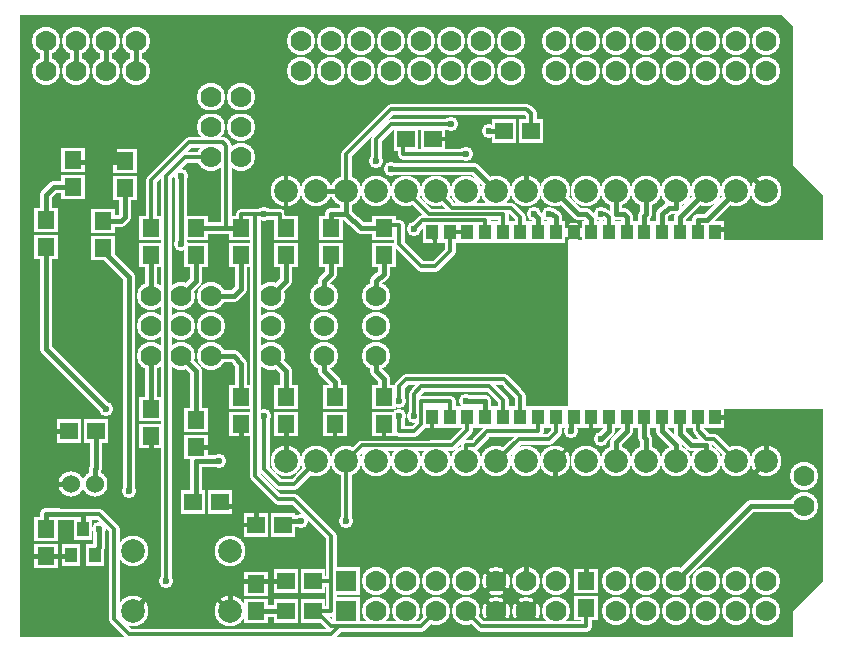
<source format=gbr>
G04 GERBER ASCII OUTPUT FROM: EDWINXP (VER. 1.61 REV. 20080915)*
G04 GERBER FORMAT: RX-274-X*
G04 BOARD: AMICUS_BLUETOOTH_SHIELD*
G04 ARTWORK OF COMP.LAYERPOSITIVE SUPERIMPOSED ON NEGATIVE*
%ASAXBY*%
%FSLAX23Y23*%
%MIA0B0*%
%MOIN*%
%OFA0.0000B0.0000*%
%SFA1B1*%
%IJA0B0*%
%INLAYER2NEGPOS*%
%IOA0B0*%
%IPPOS*%
%IR0*%
G04 APERTURE MACROS*
%AMEDWDONUT*
1,1,$1,$2,$3*
1,0,$4,$2,$3*
%
%AMEDWFRECT*
20,1,$1,$2,$3,$4,$5,$6*
%
%AMEDWORECT*
20,1,$1,$2,$3,$4,$5,$10*
20,1,$1,$4,$5,$6,$7,$10*
20,1,$1,$6,$7,$8,$9,$10*
20,1,$1,$8,$9,$2,$3,$10*
1,1,$1,$2,$3*
1,1,$1,$4,$5*
1,1,$1,$6,$7*
1,1,$1,$8,$9*
%
%AMEDWLINER*
20,1,$1,$2,$3,$4,$5,$6*
1,1,$1,$2,$3*
1,1,$1,$4,$5*
%
%AMEDWFTRNG*
4,1,3,$1,$2,$3,$4,$5,$6,$7,$8,$9*
%
%AMEDWATRNG*
4,1,3,$1,$2,$3,$4,$5,$6,$7,$8,$9*
20,1,$11,$1,$2,$3,$4,$10*
20,1,$11,$3,$4,$5,$6,$10*
20,1,$11,$5,$6,$7,$8,$10*
1,1,$11,$3,$4*
1,1,$11,$5,$6*
1,1,$11,$7,$8*
%
%AMEDWOTRNG*
20,1,$1,$2,$3,$4,$5,$8*
20,1,$1,$4,$5,$6,$7,$8*
20,1,$1,$6,$7,$2,$3,$8*
1,1,$1,$2,$3*
1,1,$1,$4,$5*
1,1,$1,$6,$7*
%
G04*
G04 APERTURE LIST*
%ADD10R,0.0500X0.0580*%
%ADD11R,0.0740X0.0820*%
%ADD12R,0.0400X0.0480*%
%ADD13R,0.0640X0.0720*%
%ADD14R,0.04724X0.05906*%
%ADD15R,0.07124X0.08306*%
%ADD16R,0.03937X0.05118*%
%ADD17R,0.06337X0.07518*%
%ADD18R,0.0860X0.0860*%
%ADD19R,0.1100X0.1100*%
%ADD20R,0.0700X0.0700*%
%ADD21R,0.0940X0.0940*%
%ADD22R,0.0700X0.0650*%
%ADD23R,0.0940X0.0890*%
%ADD24R,0.0600X0.0550*%
%ADD25R,0.0840X0.0790*%
%ADD26R,0.0650X0.0700*%
%ADD27R,0.0890X0.0940*%
%ADD28R,0.0550X0.0600*%
%ADD29R,0.0790X0.0840*%
%ADD30C,0.00039*%
%ADD32C,0.0010*%
%ADD34C,0.00118*%
%ADD36C,0.0020*%
%ADD37R,0.0020X0.0020*%
%ADD38C,0.0030*%
%ADD39R,0.0030X0.0030*%
%ADD40C,0.0040*%
%ADD41R,0.0040X0.0040*%
%ADD42C,0.00472*%
%ADD44C,0.0050*%
%ADD45R,0.0050X0.0050*%
%ADD46C,0.00512*%
%ADD47R,0.00512X0.00512*%
%ADD48C,0.00551*%
%ADD49R,0.00551X0.00551*%
%ADD50C,0.00591*%
%ADD51R,0.00591X0.00591*%
%ADD52C,0.00659*%
%ADD53R,0.00659X0.00659*%
%ADD54C,0.00787*%
%ADD55R,0.00787X0.00787*%
%ADD56C,0.00799*%
%ADD58C,0.0080*%
%ADD60C,0.00984*%
%ADD61R,0.00984X0.00984*%
%ADD62C,0.0100*%
%ADD63R,0.0100X0.0100*%
%ADD64C,0.01181*%
%ADD66C,0.0120*%
%ADD68C,0.0130*%
%ADD70C,0.0150*%
%ADD71R,0.0150X0.0150*%
%ADD72C,0.0160*%
%ADD74C,0.01969*%
%ADD75R,0.01969X0.01969*%
%ADD76C,0.0215*%
%ADD77R,0.0215X0.0215*%
%ADD78C,0.0215*%
%ADD79R,0.0215X0.0215*%
%ADD80C,0.02362*%
%ADD81R,0.02362X0.02362*%
%ADD82C,0.0240*%
%ADD83R,0.0240X0.0240*%
%ADD84C,0.0240*%
%ADD85R,0.0240X0.0240*%
%ADD86C,0.0250*%
%ADD87R,0.0250X0.0250*%
%ADD88C,0.0290*%
%ADD89R,0.0290X0.0290*%
%ADD90C,0.02912*%
%ADD91R,0.02912X0.02912*%
%ADD92C,0.02951*%
%ADD93R,0.02951X0.02951*%
%ADD94C,0.02991*%
%ADD95R,0.02991X0.02991*%
%ADD96C,0.0300*%
%ADD97R,0.0300X0.0300*%
%ADD98C,0.03059*%
%ADD99R,0.03059X0.03059*%
%ADD100C,0.03199*%
%ADD101R,0.03199X0.03199*%
%ADD102C,0.0320*%
%ADD103R,0.0320X0.0320*%
%ADD104C,0.0350*%
%ADD105R,0.0350X0.0350*%
%ADD106C,0.03581*%
%ADD108C,0.0360*%
%ADD110C,0.0370*%
%ADD112C,0.0390*%
%ADD113R,0.0390X0.0390*%
%ADD114C,0.03937*%
%ADD115R,0.03937X0.03937*%
%ADD116C,0.0400*%
%ADD117R,0.0400X0.0400*%
%ADD118C,0.04173*%
%ADD119R,0.04173X0.04173*%
%ADD120C,0.04299*%
%ADD121R,0.04299X0.04299*%
%ADD122C,0.0430*%
%ADD123R,0.0430X0.0430*%
%ADD124C,0.0450*%
%ADD125R,0.0450X0.0450*%
%ADD126C,0.0470*%
%ADD127R,0.0470X0.0470*%
%ADD128C,0.04724*%
%ADD129R,0.04724X0.04724*%
%ADD130C,0.04762*%
%ADD131R,0.04762X0.04762*%
%ADD132C,0.0490*%
%ADD133R,0.0490X0.0490*%
%ADD134C,0.0500*%
%ADD135R,0.0500X0.0500*%
%ADD136C,0.05118*%
%ADD137R,0.05118X0.05118*%
%ADD138C,0.0560*%
%ADD139R,0.0560X0.0560*%
%ADD140C,0.0570*%
%ADD141R,0.0570X0.0570*%
%ADD142C,0.0590*%
%ADD143R,0.0590X0.0590*%
%ADD144C,0.05906*%
%ADD145R,0.05906X0.05906*%
%ADD146C,0.0600*%
%ADD147R,0.0600X0.0600*%
%ADD148C,0.0620*%
%ADD149R,0.0620X0.0620*%
%ADD150C,0.06201*%
%ADD151R,0.06201X0.06201*%
%ADD152C,0.06337*%
%ADD153R,0.06337X0.06337*%
%ADD154C,0.0650*%
%ADD155R,0.0650X0.0650*%
%ADD156C,0.06693*%
%ADD157R,0.06693X0.06693*%
%ADD158C,0.06699*%
%ADD159R,0.06699X0.06699*%
%ADD160C,0.0670*%
%ADD161R,0.0670X0.0670*%
%ADD162C,0.0690*%
%ADD163R,0.0690X0.0690*%
%ADD164C,0.06906*%
%ADD165R,0.06906X0.06906*%
%ADD166C,0.0700*%
%ADD167R,0.0700X0.0700*%
%ADD168C,0.0710*%
%ADD169R,0.0710X0.0710*%
%ADD170C,0.07124*%
%ADD171R,0.07124X0.07124*%
%ADD172C,0.0740*%
%ADD173R,0.0740X0.0740*%
%ADD174C,0.0750*%
%ADD175R,0.0750X0.0750*%
%ADD176C,0.07598*%
%ADD178C,0.0760*%
%ADD180C,0.07874*%
%ADD182C,0.0800*%
%ADD183R,0.0800X0.0800*%
%ADD184C,0.0810*%
%ADD185R,0.0810X0.0810*%
%ADD186C,0.08306*%
%ADD187R,0.08306X0.08306*%
%ADD188C,0.0840*%
%ADD189R,0.0840X0.0840*%
%ADD190C,0.08598*%
%ADD192C,0.0860*%
%ADD193R,0.0860X0.0860*%
%ADD194C,0.08601*%
%ADD195R,0.08601X0.08601*%
%ADD196C,0.0870*%
%ADD197R,0.0870X0.0870*%
%ADD198C,0.0890*%
%ADD199R,0.0890X0.0890*%
%ADD200C,0.0900*%
%ADD201R,0.0900X0.0900*%
%ADD202C,0.09093*%
%ADD203R,0.09093X0.09093*%
%ADD204C,0.0940*%
%ADD205R,0.0940X0.0940*%
%ADD206C,0.0970*%
%ADD207R,0.0970X0.0970*%
%ADD208C,0.09843*%
%ADD209R,0.09843X0.09843*%
%ADD210C,0.0990*%
%ADD211R,0.0990X0.0990*%
%ADD212C,0.09998*%
%ADD214C,0.1000*%
%ADD215R,0.1000X0.1000*%
%ADD216C,0.10274*%
%ADD218C,0.1040*%
%ADD219R,0.1040X0.1040*%
%ADD220C,0.10998*%
%ADD222C,0.1100*%
%ADD223R,0.1100X0.1100*%
%ADD224C,0.1110*%
%ADD225R,0.1110X0.1110*%
%ADD226C,0.1120*%
%ADD227R,0.1120X0.1120*%
%ADD228C,0.1140*%
%ADD229R,0.1140X0.1140*%
%ADD230C,0.1150*%
%ADD231R,0.1150X0.1150*%
%ADD232C,0.1200*%
%ADD233R,0.1200X0.1200*%
%ADD234C,0.1210*%
%ADD235R,0.1210X0.1210*%
%ADD236C,0.1240*%
%ADD237R,0.1240X0.1240*%
%ADD238C,0.1250*%
%ADD239R,0.1250X0.1250*%
%ADD240C,0.12992*%
%ADD241R,0.12992X0.12992*%
%ADD242C,0.1300*%
%ADD243R,0.1300X0.1300*%
%ADD244C,0.1340*%
%ADD245R,0.1340X0.1340*%
%ADD246C,0.1390*%
%ADD247R,0.1390X0.1390*%
%ADD248C,0.1420*%
%ADD249R,0.1420X0.1420*%
%ADD250C,0.1440*%
%ADD251R,0.1440X0.1440*%
%ADD252C,0.1490*%
%ADD253R,0.1490X0.1490*%
%ADD254C,0.1520*%
%ADD255R,0.1520X0.1520*%
%ADD256C,0.15374*%
%ADD257R,0.15374X0.15374*%
%ADD258C,0.1540*%
%ADD259R,0.1540X0.1540*%
%ADD260C,0.1660*%
%ADD261R,0.1660X0.1660*%
%ADD262C,0.17323*%
%ADD264C,0.1760*%
%ADD265R,0.1760X0.1760*%
%ADD266C,0.17774*%
%ADD267R,0.17774X0.17774*%
%ADD268C,0.18504*%
%ADD270C,0.18898*%
%ADD272C,0.20904*%
%ADD274C,0.2126*%
%ADD276C,0.21298*%
%ADD278C,0.22835*%
%ADD281R,0.23622X0.23622*%
%ADD283R,0.24937X0.24937*%
%ADD285R,0.26022X0.26022*%
%ADD287R,0.27337X0.27337*%
%ADD289R,0.31496X0.31496*%
%ADD291R,0.32811X0.32811*%
%ADD293R,0.33896X0.33896*%
%ADD295R,0.35211X0.35211*%
%ADD296C,0.45211*%
%ADD297R,0.45211X0.45211*%
%ADD298C,0.55211*%
%ADD299R,0.55211X0.55211*%
%ADD300C,0.65211*%
%ADD301R,0.65211X0.65211*%
%ADD302C,0.75211*%
%ADD303R,0.75211X0.75211*%
%ADD304C,0.85211*%
%ADD305R,0.85211X0.85211*%
%ADD306C,0.95211*%
%ADD307R,0.95211X0.95211*%
%ADD308C,1.05211*%
%ADD309R,1.05211X1.05211*%
%ADD310C,1.15211*%
%ADD311R,1.15211X1.15211*%
%ADD312C,1.25211*%
%ADD313R,1.25211X1.25211*%
%ADD314C,1.35211*%
%ADD315R,1.35211X1.35211*%
%ADD316C,1.45211*%
%ADD317R,1.45211X1.45211*%
%ADD318C,1.55211*%
%ADD319R,1.55211X1.55211*%
%ADD320C,1.65211*%
%ADD321R,1.65211X1.65211*%
%ADD322C,1.75211*%
%ADD323R,1.75211X1.75211*%
%ADD324C,1.85211*%
%ADD325R,1.85211X1.85211*%
%ADD326C,1.95211*%
%ADD327R,1.95211X1.95211*%
G04*
%LNLLAYER2CPOURD*%
%LPD*%
G36*
X1600Y100D02*
X1575Y13D01*
X13Y13D01*
X13Y2088D01*
X2550Y2088D01*
X2588Y2050D01*
X2588Y1588D01*
X2688Y1488D01*
X2688Y1338D01*
X1838Y1338D01*
X1838Y775D01*
X2688Y775D01*
X2688Y200D01*
X2588Y100D01*
X2588Y13D01*
X1625Y13D01*
X1600Y100D01*
G37*
G36*
X1600Y100D02*
X1550Y13D01*
X1675Y13D01*
X1600Y100D01*
G37*
%LNLLAYER2CRELIEVEC*%
%LPC*%
D188*
X263Y525D02*D03*
D13* 
X263Y288D02*D03*
X223Y376D02*D03*
D216*
X2400Y600D02*D03*
X2300Y600D02*D03*
X2200Y600D02*D03*
X2100Y600D02*D03*
X1999Y600D02*D03*
X1901Y600D02*D03*
X1700Y600D02*D03*
X1600Y600D02*D03*
X1500Y600D02*D03*
X1400Y600D02*D03*
X1300Y600D02*D03*
X1200Y600D02*D03*
X1100Y600D02*D03*
X1000Y600D02*D03*
X2400Y1500D02*D03*
X2300Y1500D02*D03*
X2200Y1500D02*D03*
X2100Y1500D02*D03*
X1999Y1500D02*D03*
X1901Y1500D02*D03*
X1797Y1500D02*D03*
X1600Y1500D02*D03*
X1500Y1500D02*D03*
X1400Y1500D02*D03*
X1300Y1500D02*D03*
X1200Y1500D02*D03*
X1100Y1500D02*D03*
X1000Y1500D02*D03*
D17* 
X2272Y1363D02*D03*
X2213Y1363D02*D03*
X2153Y1363D02*D03*
X2094Y1363D02*D03*
X2035Y1363D02*D03*
X1976Y1363D02*D03*
X1917Y1363D02*D03*
X1799Y1363D02*D03*
X1740Y1363D02*D03*
X1681Y1363D02*D03*
X1622Y1363D02*D03*
X1563Y1363D02*D03*
X1504Y1363D02*D03*
X1445Y1363D02*D03*
X1445Y748D02*D03*
X1504Y748D02*D03*
X1563Y748D02*D03*
X1622Y748D02*D03*
X1681Y748D02*D03*
X1740Y748D02*D03*
X1799Y748D02*D03*
X1858Y748D02*D03*
X1976Y748D02*D03*
X2035Y748D02*D03*
X2094Y748D02*D03*
X2153Y748D02*D03*
X2213Y748D02*D03*
X2272Y748D02*D03*
D204*
X1800Y2000D02*D03*
X1900Y2000D02*D03*
X2000Y2000D02*D03*
X2100Y2000D02*D03*
X2200Y2000D02*D03*
X2300Y2000D02*D03*
X2400Y2000D02*D03*
X2500Y2000D02*D03*
X1300Y100D02*D03*
X1400Y100D02*D03*
X1500Y100D02*D03*
X1800Y100D02*D03*
X950Y2000D02*D03*
X1050Y2000D02*D03*
X1150Y2000D02*D03*
X1250Y2000D02*D03*
X1350Y2000D02*D03*
X1450Y2000D02*D03*
X1550Y2000D02*D03*
X1650Y2000D02*D03*
X2000Y100D02*D03*
X2100Y100D02*D03*
X2200Y100D02*D03*
X2300Y100D02*D03*
X2400Y100D02*D03*
X2500Y100D02*D03*
D21* 
X1100Y200D02*D03*
D204*
X1200Y200D02*D03*
X1300Y200D02*D03*
X1400Y200D02*D03*
X1500Y200D02*D03*
X1800Y200D02*D03*
X100Y1900D02*D03*
X200Y1900D02*D03*
X300Y1900D02*D03*
X400Y1900D02*D03*
X2000Y200D02*D03*
X2100Y200D02*D03*
X2200Y200D02*D03*
X2300Y200D02*D03*
X2400Y200D02*D03*
X2500Y200D02*D03*
X950Y1900D02*D03*
X1050Y1900D02*D03*
X1150Y1900D02*D03*
X1250Y1900D02*D03*
X1350Y1900D02*D03*
X1450Y1900D02*D03*
X1550Y1900D02*D03*
X1650Y1900D02*D03*
X1800Y1900D02*D03*
X1900Y1900D02*D03*
X2000Y1900D02*D03*
X2100Y1900D02*D03*
X2200Y1900D02*D03*
X2300Y1900D02*D03*
X2400Y1900D02*D03*
X2500Y1900D02*D03*
D25* 
X1298Y1675D02*D03*
D29* 
X450Y775D02*D03*
X450Y1378D02*D03*
X450Y1288D02*D03*
X600Y1378D02*D03*
X600Y1288D02*D03*
X600Y738D02*D03*
D25* 
X588Y463D02*D03*
X888Y388D02*D03*
X900Y100D02*D03*
X990Y100D02*D03*
D29* 
X363Y1510D02*D03*
X188Y1513D02*D03*
X288Y1400D02*D03*
X288Y1310D02*D03*
X100Y1403D02*D03*
X100Y1313D02*D03*
X100Y375D02*D03*
D25* 
X265Y700D02*D03*
D216*
X712Y300D02*D03*
X388Y300D02*D03*
D29* 
X800Y100D02*D03*
X1225Y813D02*D03*
X1050Y1378D02*D03*
X1050Y1288D02*D03*
X1063Y813D02*D03*
X900Y1378D02*D03*
X900Y1288D02*D03*
X900Y813D02*D03*
D204*
X1200Y1150D02*D03*
X1200Y1050D02*D03*
X1200Y950D02*D03*
X1025Y1150D02*D03*
X1025Y1050D02*D03*
X1025Y950D02*D03*
X850Y1150D02*D03*
X850Y1050D02*D03*
X850Y950D02*D03*
X650Y1150D02*D03*
X650Y1050D02*D03*
X650Y950D02*D03*
X550Y1150D02*D03*
X550Y1050D02*D03*
X550Y950D02*D03*
X450Y1150D02*D03*
X450Y1050D02*D03*
X450Y950D02*D03*
D29* 
X750Y1378D02*D03*
X750Y1288D02*D03*
X750Y813D02*D03*
D25* 
X1625Y1700D02*D03*
X1715Y1700D02*D03*
D204*
X100Y2000D02*D03*
X200Y2000D02*D03*
X300Y2000D02*D03*
X400Y2000D02*D03*
D29* 
X1900Y110D02*D03*
D25* 
X988Y200D02*D03*
D204*
X2625Y450D02*D03*
X2625Y550D02*D03*
X750Y1613D02*D03*
X750Y1713D02*D03*
X750Y1813D02*D03*
X650Y1613D02*D03*
X650Y1713D02*D03*
X650Y1813D02*D03*
D29* 
X1225Y1378D02*D03*
X1225Y1288D02*D03*
D21* 
X1100Y100D02*D03*
D204*
X1200Y100D02*D03*
D214*
X100Y100D02*D03*
X600Y2000D02*D03*
X2600Y300D02*D03*
D216*
X1797Y600D02*D03*
X2500Y600D02*D03*
X900Y1500D02*D03*
X900Y600D02*D03*
X1700Y1500D02*D03*
X2500Y1500D02*D03*
D188*
X184Y525D02*D03*
D13* 
X183Y288D02*D03*
D216*
X712Y100D02*D03*
X388Y100D02*D03*
D29* 
X1900Y200D02*D03*
D25* 
X898Y200D02*D03*
D17* 
X2331Y1363D02*D03*
D66* 
G75*
G01X1849Y1338D02*
G03X1867Y1338I9J24D01*
G01*
G75*
G01X1882Y1353D02*
G03X1882Y1372I-24J9D01*
G01*
G75*
G01X1867Y1387D02*
G03X1849Y1387I-9J-24D01*
G01*
G75*
G01X1834Y1372D02*
G03X1834Y1353I24J-9D01*
G01*
D17* 
X1386Y1363D02*D03*
X1386Y748D02*D03*
X1917Y748D02*D03*
X2331Y748D02*D03*
D25* 
X175Y700D02*D03*
D29* 
X100Y285D02*D03*
D66* 
G75*
G01X1617Y237D02*
G03X1583Y237I-17J-37D01*
G01*
G75*
G01X1563Y217D02*
G03X1563Y183I37J-17D01*
G01*
G75*
G01X1583Y163D02*
G03X1617Y163I17J37D01*
G01*
G75*
G01X1637Y183D02*
G03X1637Y217I-37J17D01*
G01*
D204*
X1700Y200D02*D03*
D66* 
G75*
G01X1617Y137D02*
G03X1583Y137I-17J-37D01*
G01*
G75*
G01X1563Y117D02*
G03X1563Y83I37J-17D01*
G01*
G75*
G01X1583Y63D02*
G03X1617Y63I17J37D01*
G01*
G75*
G01X1637Y83D02*
G03X1637Y117I-37J17D01*
G01*
G75*
G01X1717Y137D02*
G03X1683Y137I-17J-37D01*
G01*
G75*
G01X1663Y117D02*
G03X1663Y83I37J-17D01*
G01*
G75*
G01X1683Y63D02*
G03X1717Y63I17J37D01*
G01*
G75*
G01X1737Y83D02*
G03X1737Y117I-37J17D01*
G01*
D29* 
X800Y190D02*D03*
X363Y1600D02*D03*
X188Y1603D02*D03*
X600Y648D02*D03*
X750Y723D02*D03*
X450Y685D02*D03*
X900Y723D02*D03*
X1225Y723D02*D03*
D25* 
X1388Y1675D02*D03*
X678Y463D02*D03*
X798Y388D02*D03*
D29* 
X1063Y723D02*D03*
D130*
X1250Y1575D02*D03*
X550Y1550D02*D03*
X550Y1325D02*D03*
X1775Y1425D02*D03*
X1950Y1425D02*D03*
X1200Y1600D02*D03*
X1450Y1725D02*D03*
X500Y200D02*D03*
X825Y1425D02*D03*
X275Y375D02*D03*
X1325Y1375D02*D03*
X375Y500D02*D03*
X1950Y675D02*D03*
X300Y775D02*D03*
X1850Y700D02*D03*
X1275Y800D02*D03*
X1325Y750D02*D03*
X1500Y800D02*D03*
X1100Y400D02*D03*
X950Y400D02*D03*
X825Y750D02*D03*
X1275Y750D02*D03*
X675Y600D02*D03*
X1500Y1625D02*D03*
X1725Y1425D02*D03*
X1575Y1700D02*D03*
D64* 
X1225Y675D02*
X1375Y675D01*
X1386Y686D01*
X1386Y748D01*
X950Y675D02*
X900Y675D01*
D72* 
X900Y600D02*
X900Y675D01*
X750Y600D02*
X750Y648D01*
X600Y648D01*
X712Y100D02*
X712Y175D01*
X737Y200D01*
X800Y200D01*
X898Y200D01*
X125Y475D02*
X125Y525D01*
X125Y700D01*
X175Y700D01*
D64* 
X1775Y1655D02*
X1475Y1655D01*
X1455Y1675D01*
X1388Y1675D01*
X950Y1300D02*
X950Y675D01*
D72* 
X125Y475D02*
X150Y450D01*
X450Y450D01*
X2500Y600D02*
X2425Y525D01*
X1800Y525D01*
X125Y475D02*
X100Y475D01*
X50Y425D01*
X49Y284D01*
X100Y285D01*
D64* 
X100Y285D02*
X100Y285D01*
D72* 
X750Y450D02*
X678Y450D01*
D64* 
X678Y450D02*
X678Y463D01*
X712Y100D02*
X650Y162D01*
X650Y325D01*
X713Y388D01*
X798Y388D01*
X328Y1598D02*
X357Y1599D01*
X366Y1603D01*
X363Y1600D01*
X800Y200D02*
X800Y190D01*
X1775Y1600D02*
X1775Y1655D01*
X875Y1763D02*
X913Y1800D01*
X1725Y1800D01*
X1775Y1750D01*
X1775Y1655D01*
D72* 
X100Y285D02*
X183Y285D01*
D64* 
X183Y285D02*
X183Y288D01*
X100Y285D02*
X100Y285D01*
D72* 
X798Y388D02*
X798Y450D01*
X750Y450D01*
X750Y600D01*
X388Y100D02*
X450Y163D01*
X450Y450D01*
X450Y685D01*
X1797Y600D02*
X1797Y528D01*
D64* 
X1797Y528D02*
X1800Y525D01*
D72* 
X1800Y300D02*
X1800Y525D01*
X900Y675D02*
X900Y723D01*
D64* 
X950Y675D02*
X1063Y675D01*
X1063Y723D01*
X1063Y675D02*
X1225Y675D01*
X1225Y723D01*
D72* 
X1775Y1600D02*
X1725Y1600D01*
X1700Y1575D01*
X1700Y1500D01*
D64* 
X900Y1500D02*
X900Y1425D01*
X950Y1425D01*
X950Y1300D01*
D72* 
X1775Y1600D02*
X2400Y1600D01*
X2500Y1500D01*
D64* 
X900Y1500D02*
X900Y1738D01*
X875Y1763D01*
D72* 
X750Y648D02*
X750Y723D01*
X1700Y200D02*
X1700Y275D01*
X1725Y300D01*
X1800Y300D01*
X1850Y300D01*
X1900Y250D01*
X1900Y200D01*
D64* 
X875Y1763D02*
X328Y1762D01*
X328Y1598D01*
D72* 
X328Y1598D02*
X203Y1598D01*
D64* 
X203Y1598D02*
X192Y1601D01*
X188Y1603D01*
D72* 
X125Y525D02*
X184Y525D01*
D106*
X1050Y200D02*
X1050Y100D01*
X1000Y100D01*
X1075Y50D02*
X1050Y50D01*
X1000Y100D01*
D116*
X275Y375D02*
X275Y313D01*
D106*
X275Y313D02*
X263Y300D01*
X263Y288D01*
X1325Y1375D02*
X1354Y1404D01*
X1563Y1404D01*
X1563Y1363D01*
D116*
X263Y525D02*
X263Y575D01*
D106*
X263Y575D02*
X265Y578D01*
D116*
X265Y578D02*
X265Y700D01*
D64* 
X1797Y600D02*
X1851Y654D01*
X1875Y654D01*
X1917Y696D01*
X1917Y748D01*
D72* 
X2500Y600D02*
X2500Y675D01*
X2448Y675D01*
X2375Y748D01*
X2331Y748D01*
X2375Y1375D02*
X2331Y1375D01*
D64* 
X2331Y1375D02*
X2331Y1363D01*
X1400Y1300D02*
X1397Y1303D01*
X1397Y1339D01*
X1386Y1350D01*
X1386Y1363D01*
D106*
X1100Y1500D02*
X1100Y1625D01*
X1250Y1775D01*
X1700Y1775D01*
X1715Y1760D01*
X1715Y1700D01*
X825Y1425D02*
X879Y1425D01*
X879Y1378D01*
X900Y1378D01*
D116*
X1100Y1500D02*
X1100Y1425D01*
X750Y1378D02*
X701Y1378D01*
D106*
X701Y1378D02*
X701Y1377D01*
X701Y1650D01*
X688Y1663D01*
X575Y1663D01*
X450Y1538D01*
X450Y1378D01*
X1400Y100D02*
X1350Y50D01*
X1075Y50D01*
D116*
X223Y425D02*
X223Y376D01*
D106*
X825Y1425D02*
X797Y1425D01*
X1445Y1363D02*
X1445Y1300D01*
X1395Y1250D01*
X1350Y1250D01*
X1275Y1325D01*
X1275Y1388D01*
X1225Y1388D01*
X1225Y1378D01*
D116*
X701Y1377D02*
X600Y1377D01*
D106*
X600Y1377D02*
X600Y1378D01*
X750Y1378D02*
X750Y1425D01*
X797Y1425D01*
X797Y550D01*
X872Y475D01*
X925Y475D01*
X1050Y350D01*
X1050Y200D01*
X988Y200D01*
X1000Y100D02*
X990Y100D01*
X1075Y50D02*
X1050Y25D01*
X375Y25D01*
X325Y75D01*
X325Y375D01*
X275Y425D01*
X223Y425D01*
D116*
X223Y425D02*
X100Y425D01*
X100Y375D01*
X1225Y1378D02*
X1148Y1378D01*
X1100Y1425D01*
X1050Y1425D01*
X1050Y1378D01*
D106*
X1500Y100D02*
X1550Y50D01*
X1900Y50D01*
X1900Y110D01*
D116*
X1000Y1500D02*
X1100Y1500D01*
D106*
X1445Y1363D02*
X1504Y1363D01*
X500Y200D02*
X500Y1550D01*
X563Y1613D01*
X650Y1613D01*
D116*
X2200Y200D02*
X2450Y450D01*
X2625Y450D01*
D106*
X1200Y1600D02*
X1200Y1675D01*
X1250Y1725D01*
X1450Y1725D01*
D116*
X288Y1400D02*
X350Y1400D01*
X363Y1413D01*
X363Y1510D01*
X2300Y1500D02*
X2213Y1413D01*
X2213Y1363D01*
X2400Y1500D02*
X2304Y1404D01*
X2272Y1404D01*
X2272Y1363D01*
X400Y2000D02*
X400Y1900D01*
X300Y2000D02*
X300Y1900D01*
X900Y100D02*
X800Y100D01*
X200Y2000D02*
X200Y1900D01*
X100Y2000D02*
X100Y1900D01*
D106*
X1500Y1625D02*
X1288Y1625D01*
X1288Y1675D01*
X1298Y1675D01*
D116*
X1725Y1425D02*
X1740Y1410D01*
X1740Y1363D01*
X1575Y1700D02*
X1625Y1700D01*
X1600Y1500D02*
X1525Y1575D01*
X1250Y1575D01*
X550Y1550D02*
X550Y1325D01*
X1775Y1425D02*
X1787Y1425D01*
X1799Y1413D01*
X1799Y1363D01*
X1797Y1500D02*
X1872Y1425D01*
X1900Y1425D01*
X1917Y1408D01*
X1917Y1363D01*
D106*
X1950Y1425D02*
X1964Y1425D01*
X1976Y1413D01*
X1976Y1363D01*
D116*
X1999Y1500D02*
X1999Y1425D01*
X2025Y1425D01*
X2035Y1415D01*
X2035Y1363D01*
X2100Y1500D02*
X2100Y1425D01*
D106*
X2100Y1425D02*
X2094Y1419D01*
D116*
X2094Y1419D02*
X2094Y1363D01*
X2200Y1500D02*
X2200Y1446D01*
X2175Y1446D01*
X2153Y1424D01*
X2153Y1363D01*
D106*
X1100Y600D02*
X1100Y400D01*
D116*
X950Y400D02*
X913Y400D01*
D106*
X913Y400D02*
X900Y388D01*
X888Y388D01*
X1000Y600D02*
X925Y525D01*
X875Y525D01*
X825Y575D01*
X825Y750D01*
X1275Y750D02*
X1275Y700D01*
X1325Y700D01*
X1351Y726D01*
X1351Y800D01*
X1445Y800D01*
X1445Y748D01*
D116*
X675Y600D02*
X600Y600D01*
X600Y529D01*
X600Y479D01*
D106*
X600Y479D02*
X590Y465D01*
X588Y463D01*
D116*
X550Y1150D02*
X600Y1200D01*
X600Y1288D01*
X450Y1150D02*
X450Y1288D01*
X450Y950D02*
X450Y775D01*
D106*
X1300Y1500D02*
X1375Y1425D01*
X1622Y1425D01*
X1622Y1363D01*
X1400Y1500D02*
X1454Y1446D01*
X1650Y1446D01*
X1681Y1415D01*
X1681Y1363D01*
D116*
X300Y775D02*
X100Y975D01*
X100Y1313D01*
X1850Y700D02*
X1850Y748D01*
D106*
X1850Y748D02*
X1858Y748D01*
X1600Y600D02*
X1675Y675D01*
X1775Y675D01*
X1799Y699D01*
X1799Y748D01*
X1500Y600D02*
X1500Y654D01*
X1525Y654D01*
X1571Y700D01*
X1740Y700D01*
X1740Y748D01*
X1275Y800D02*
X1275Y850D01*
X1300Y875D01*
X1625Y875D01*
X1681Y819D01*
X1681Y748D01*
X1325Y750D02*
X1325Y825D01*
X1350Y850D01*
X1575Y850D01*
X1622Y803D01*
X1622Y748D01*
D116*
X1500Y800D02*
X1563Y800D01*
X1563Y748D01*
D106*
X1100Y600D02*
X1154Y654D01*
X1454Y654D01*
X1504Y704D01*
X1504Y748D01*
D116*
X850Y950D02*
X900Y900D01*
X900Y813D01*
X188Y1513D02*
X125Y1513D01*
X100Y1488D01*
X100Y1403D01*
X650Y1150D02*
X725Y1150D01*
X750Y1175D01*
X750Y1288D01*
X650Y950D02*
X725Y950D01*
X750Y925D01*
X750Y813D01*
X550Y950D02*
X600Y900D01*
X600Y738D01*
D106*
X2400Y600D02*
X2325Y675D01*
X2300Y675D01*
X2272Y703D01*
X2272Y748D01*
D116*
X2300Y600D02*
X2300Y654D01*
X2250Y654D01*
X2213Y692D01*
X2213Y748D01*
X2200Y600D02*
X2200Y654D01*
X2153Y701D01*
X2153Y748D01*
X2100Y600D02*
X2100Y675D01*
X2094Y681D01*
X2094Y748D01*
X375Y500D02*
X375Y1213D01*
X288Y1300D01*
D106*
X288Y1300D02*
X288Y1310D01*
D116*
X1999Y600D02*
X1999Y664D01*
X2035Y700D01*
X2035Y748D01*
X1950Y675D02*
X1976Y701D01*
X1976Y748D01*
X850Y1150D02*
X900Y1200D01*
X900Y1288D01*
X1025Y1150D02*
X1025Y1200D01*
X1050Y1225D01*
X1050Y1288D01*
X1200Y1150D02*
X1200Y1200D01*
X1225Y1225D01*
X1225Y1288D01*
X1200Y950D02*
X1200Y900D01*
X1225Y875D01*
X1225Y813D01*
X1025Y950D02*
X1025Y900D01*
X1063Y863D01*
X1063Y813D01*
%LNLLAYER2CFILLD*%
%LPD*%
D146*
X263Y525D02*D03*
D12* 
X263Y288D02*D03*
X223Y376D02*D03*
D180*
X2400Y600D02*D03*
X2300Y600D02*D03*
X2200Y600D02*D03*
X2100Y600D02*D03*
X1999Y600D02*D03*
X1901Y600D02*D03*
X1700Y600D02*D03*
X1600Y600D02*D03*
X1500Y600D02*D03*
X1400Y600D02*D03*
X1300Y600D02*D03*
X1200Y600D02*D03*
X1100Y600D02*D03*
X1000Y600D02*D03*
X2400Y1500D02*D03*
X2300Y1500D02*D03*
X2200Y1500D02*D03*
X2100Y1500D02*D03*
X1999Y1500D02*D03*
X1901Y1500D02*D03*
X1797Y1500D02*D03*
X1600Y1500D02*D03*
X1500Y1500D02*D03*
X1400Y1500D02*D03*
X1300Y1500D02*D03*
X1200Y1500D02*D03*
X1100Y1500D02*D03*
X1000Y1500D02*D03*
D16* 
X2272Y1363D02*D03*
X2213Y1363D02*D03*
X2153Y1363D02*D03*
X2094Y1363D02*D03*
X2035Y1363D02*D03*
X1976Y1363D02*D03*
X1917Y1363D02*D03*
X1799Y1363D02*D03*
X1740Y1363D02*D03*
X1681Y1363D02*D03*
X1622Y1363D02*D03*
X1563Y1363D02*D03*
X1504Y1363D02*D03*
X1445Y1363D02*D03*
X1445Y748D02*D03*
X1504Y748D02*D03*
X1563Y748D02*D03*
X1622Y748D02*D03*
X1681Y748D02*D03*
X1740Y748D02*D03*
X1799Y748D02*D03*
X1858Y748D02*D03*
X1976Y748D02*D03*
X2035Y748D02*D03*
X2094Y748D02*D03*
X2153Y748D02*D03*
X2213Y748D02*D03*
X2272Y748D02*D03*
D166*
X1800Y2000D02*D03*
X1900Y2000D02*D03*
X2000Y2000D02*D03*
X2100Y2000D02*D03*
X2200Y2000D02*D03*
X2300Y2000D02*D03*
X2400Y2000D02*D03*
X2500Y2000D02*D03*
X1300Y100D02*D03*
X1400Y100D02*D03*
X1500Y100D02*D03*
X1800Y100D02*D03*
X950Y2000D02*D03*
X1050Y2000D02*D03*
X1150Y2000D02*D03*
X1250Y2000D02*D03*
X1350Y2000D02*D03*
X1450Y2000D02*D03*
X1550Y2000D02*D03*
X1650Y2000D02*D03*
X2000Y100D02*D03*
X2100Y100D02*D03*
X2200Y100D02*D03*
X2300Y100D02*D03*
X2400Y100D02*D03*
X2500Y100D02*D03*
D20* 
X1100Y200D02*D03*
D166*
X1200Y200D02*D03*
X1300Y200D02*D03*
X1400Y200D02*D03*
X1500Y200D02*D03*
X1800Y200D02*D03*
X100Y1900D02*D03*
X200Y1900D02*D03*
X300Y1900D02*D03*
X400Y1900D02*D03*
X2000Y200D02*D03*
X2100Y200D02*D03*
X2200Y200D02*D03*
X2300Y200D02*D03*
X2400Y200D02*D03*
X2500Y200D02*D03*
X950Y1900D02*D03*
X1050Y1900D02*D03*
X1150Y1900D02*D03*
X1250Y1900D02*D03*
X1350Y1900D02*D03*
X1450Y1900D02*D03*
X1550Y1900D02*D03*
X1650Y1900D02*D03*
X1800Y1900D02*D03*
X1900Y1900D02*D03*
X2000Y1900D02*D03*
X2100Y1900D02*D03*
X2200Y1900D02*D03*
X2300Y1900D02*D03*
X2400Y1900D02*D03*
X2500Y1900D02*D03*
D24* 
X1298Y1675D02*D03*
D28* 
X450Y775D02*D03*
X450Y1378D02*D03*
X450Y1288D02*D03*
X600Y1378D02*D03*
X600Y1288D02*D03*
X600Y738D02*D03*
D24* 
X588Y463D02*D03*
X888Y388D02*D03*
X900Y100D02*D03*
X990Y100D02*D03*
D28* 
X363Y1510D02*D03*
X188Y1513D02*D03*
X288Y1400D02*D03*
X288Y1310D02*D03*
X100Y1403D02*D03*
X100Y1313D02*D03*
X100Y375D02*D03*
D24* 
X265Y700D02*D03*
D180*
X712Y300D02*D03*
X388Y300D02*D03*
D28* 
X800Y100D02*D03*
X1225Y813D02*D03*
X1050Y1378D02*D03*
X1050Y1288D02*D03*
X1063Y813D02*D03*
X900Y1378D02*D03*
X900Y1288D02*D03*
X900Y813D02*D03*
D166*
X1200Y1150D02*D03*
X1200Y1050D02*D03*
X1200Y950D02*D03*
X1025Y1150D02*D03*
X1025Y1050D02*D03*
X1025Y950D02*D03*
X850Y1150D02*D03*
X850Y1050D02*D03*
X850Y950D02*D03*
X650Y1150D02*D03*
X650Y1050D02*D03*
X650Y950D02*D03*
X550Y1150D02*D03*
X550Y1050D02*D03*
X550Y950D02*D03*
X450Y1150D02*D03*
X450Y1050D02*D03*
X450Y950D02*D03*
D28* 
X750Y1378D02*D03*
X750Y1288D02*D03*
X750Y813D02*D03*
D24* 
X1625Y1700D02*D03*
X1715Y1700D02*D03*
D166*
X100Y2000D02*D03*
X200Y2000D02*D03*
X300Y2000D02*D03*
X400Y2000D02*D03*
D28* 
X1900Y110D02*D03*
D24* 
X988Y200D02*D03*
D166*
X2625Y450D02*D03*
X2625Y550D02*D03*
X750Y1613D02*D03*
X750Y1713D02*D03*
X750Y1813D02*D03*
X650Y1613D02*D03*
X650Y1713D02*D03*
X650Y1813D02*D03*
D28* 
X1225Y1378D02*D03*
X1225Y1288D02*D03*
D20* 
X1100Y100D02*D03*
D166*
X1200Y100D02*D03*
D214*
X100Y100D02*D03*
X600Y2000D02*D03*
X2600Y300D02*D03*
D180*
X1797Y600D02*D03*
X2500Y600D02*D03*
X900Y1500D02*D03*
X900Y600D02*D03*
X1700Y1500D02*D03*
X2500Y1500D02*D03*
D146*
X184Y525D02*D03*
D12* 
X183Y288D02*D03*
D180*
X712Y100D02*D03*
X388Y100D02*D03*
D28* 
X1900Y200D02*D03*
D24* 
X898Y200D02*D03*
D16* 
X2331Y1363D02*D03*
X1858Y1363D02*D03*
X1386Y1363D02*D03*
X1386Y748D02*D03*
X1917Y748D02*D03*
X2331Y748D02*D03*
D24* 
X175Y700D02*D03*
D28* 
X100Y285D02*D03*
D166*
X1600Y200D02*D03*
X1700Y200D02*D03*
X1600Y100D02*D03*
X1700Y100D02*D03*
D28* 
X800Y190D02*D03*
X363Y1600D02*D03*
X188Y1603D02*D03*
X600Y648D02*D03*
X750Y723D02*D03*
X450Y685D02*D03*
X900Y723D02*D03*
X1225Y723D02*D03*
D24* 
X1388Y1675D02*D03*
X678Y463D02*D03*
X798Y388D02*D03*
D28* 
X1063Y723D02*D03*
D80* 
X1250Y1575D02*D03*
X550Y1550D02*D03*
X550Y1325D02*D03*
X1775Y1425D02*D03*
X1950Y1425D02*D03*
X1200Y1600D02*D03*
X1450Y1725D02*D03*
X500Y200D02*D03*
X825Y1425D02*D03*
X275Y375D02*D03*
X1325Y1375D02*D03*
X1400Y1300D02*D03*
X2375Y1375D02*D03*
X750Y600D02*D03*
X950Y1300D02*D03*
X375Y500D02*D03*
X1950Y675D02*D03*
X300Y775D02*D03*
X1850Y700D02*D03*
X1275Y800D02*D03*
X1325Y750D02*D03*
X1500Y800D02*D03*
X1100Y400D02*D03*
X950Y400D02*D03*
X825Y750D02*D03*
X1275Y750D02*D03*
X675Y600D02*D03*
X1500Y1625D02*D03*
X1725Y1425D02*D03*
X1575Y1700D02*D03*
D64* 
X1225Y675D02*
X1375Y675D01*
X1386Y686D01*
X1386Y748D01*
X950Y675D02*
X900Y675D01*
D72* 
X900Y600D02*
X900Y675D01*
X750Y600D02*
X750Y648D01*
X600Y648D01*
X712Y100D02*
X712Y175D01*
X737Y200D01*
X800Y200D01*
X898Y200D01*
X125Y475D02*
X125Y525D01*
X125Y700D01*
X175Y700D01*
D64* 
X1775Y1655D02*
X1475Y1655D01*
X1455Y1675D01*
X1388Y1675D01*
X950Y1300D02*
X950Y675D01*
D72* 
X125Y475D02*
X150Y450D01*
X450Y450D01*
X2500Y600D02*
X2425Y525D01*
X1800Y525D01*
X125Y475D02*
X100Y475D01*
X50Y425D01*
X49Y284D01*
X100Y285D01*
D64* 
X100Y285D02*
X100Y285D01*
D72* 
X750Y450D02*
X678Y450D01*
D64* 
X678Y450D02*
X678Y463D01*
X712Y100D02*
X650Y162D01*
X650Y325D01*
X713Y388D01*
X798Y388D01*
X328Y1598D02*
X357Y1599D01*
X366Y1603D01*
X363Y1600D01*
X800Y200D02*
X800Y190D01*
X1775Y1600D02*
X1775Y1655D01*
X875Y1763D02*
X913Y1800D01*
X1725Y1800D01*
X1775Y1750D01*
X1775Y1655D01*
D72* 
X100Y285D02*
X183Y285D01*
D64* 
X183Y285D02*
X183Y288D01*
X100Y285D02*
X100Y285D01*
D72* 
X798Y388D02*
X798Y450D01*
X750Y450D01*
X750Y600D01*
X388Y100D02*
X450Y163D01*
X450Y450D01*
X450Y685D01*
X1797Y600D02*
X1797Y528D01*
D64* 
X1797Y528D02*
X1800Y525D01*
D72* 
X1800Y300D02*
X1800Y525D01*
X900Y675D02*
X900Y723D01*
D64* 
X950Y675D02*
X1063Y675D01*
X1063Y723D01*
X1063Y675D02*
X1225Y675D01*
X1225Y723D01*
D72* 
X1775Y1600D02*
X1725Y1600D01*
X1700Y1575D01*
X1700Y1500D01*
D64* 
X900Y1500D02*
X900Y1425D01*
X950Y1425D01*
X950Y1300D01*
D72* 
X1775Y1600D02*
X2400Y1600D01*
X2500Y1500D01*
D64* 
X900Y1500D02*
X900Y1738D01*
X875Y1763D01*
D72* 
X750Y648D02*
X750Y723D01*
X1700Y200D02*
X1700Y275D01*
X1725Y300D01*
X1800Y300D01*
X1850Y300D01*
X1900Y250D01*
X1900Y200D01*
D64* 
X875Y1763D02*
X328Y1762D01*
X328Y1598D01*
D72* 
X328Y1598D02*
X203Y1598D01*
D64* 
X203Y1598D02*
X192Y1601D01*
X188Y1603D01*
D72* 
X125Y525D02*
X184Y525D01*
D64* 
X1050Y200D02*
X1050Y100D01*
X1000Y100D01*
X1075Y50D02*
X1050Y50D01*
X1000Y100D01*
D72* 
X275Y375D02*
X275Y313D01*
D64* 
X275Y313D02*
X263Y300D01*
X263Y288D01*
X1325Y1375D02*
X1354Y1404D01*
X1563Y1404D01*
X1563Y1363D01*
D72* 
X263Y525D02*
X263Y575D01*
D64* 
X263Y575D02*
X265Y578D01*
D72* 
X265Y578D02*
X265Y700D01*
D64* 
X1797Y600D02*
X1851Y654D01*
X1875Y654D01*
X1917Y696D01*
X1917Y748D01*
D72* 
X2500Y600D02*
X2500Y675D01*
X2448Y675D01*
X2375Y748D01*
X2331Y748D01*
X2375Y1375D02*
X2331Y1375D01*
D64* 
X2331Y1375D02*
X2331Y1363D01*
X1400Y1300D02*
X1397Y1303D01*
X1397Y1339D01*
X1386Y1350D01*
X1386Y1363D01*
X1100Y1500D02*
X1100Y1625D01*
X1250Y1775D01*
X1700Y1775D01*
X1715Y1760D01*
X1715Y1700D01*
X825Y1425D02*
X879Y1425D01*
X879Y1378D01*
X900Y1378D01*
D72* 
X1100Y1500D02*
X1100Y1425D01*
X750Y1378D02*
X701Y1378D01*
D64* 
X701Y1378D02*
X701Y1377D01*
X701Y1650D01*
X688Y1663D01*
X575Y1663D01*
X450Y1538D01*
X450Y1378D01*
X1400Y100D02*
X1350Y50D01*
X1075Y50D01*
D72* 
X223Y425D02*
X223Y376D01*
D64* 
X825Y1425D02*
X797Y1425D01*
X1445Y1363D02*
X1445Y1300D01*
X1395Y1250D01*
X1350Y1250D01*
X1275Y1325D01*
X1275Y1388D01*
X1225Y1388D01*
X1225Y1378D01*
D72* 
X701Y1377D02*
X600Y1377D01*
D64* 
X600Y1377D02*
X600Y1378D01*
X750Y1378D02*
X750Y1425D01*
X797Y1425D01*
X797Y550D01*
X872Y475D01*
X925Y475D01*
X1050Y350D01*
X1050Y200D01*
X988Y200D01*
X1000Y100D02*
X990Y100D01*
X1075Y50D02*
X1050Y25D01*
X375Y25D01*
X325Y75D01*
X325Y375D01*
X275Y425D01*
X223Y425D01*
D72* 
X223Y425D02*
X100Y425D01*
X100Y375D01*
X1225Y1378D02*
X1148Y1378D01*
X1100Y1425D01*
X1050Y1425D01*
X1050Y1378D01*
D64* 
X1500Y100D02*
X1550Y50D01*
X1900Y50D01*
X1900Y110D01*
D72* 
X1000Y1500D02*
X1100Y1500D01*
D64* 
X1445Y1363D02*
X1504Y1363D01*
X500Y200D02*
X500Y1550D01*
X563Y1613D01*
X650Y1613D01*
D72* 
X2200Y200D02*
X2450Y450D01*
X2625Y450D01*
D64* 
X1200Y1600D02*
X1200Y1675D01*
X1250Y1725D01*
X1450Y1725D01*
D72* 
X288Y1400D02*
X350Y1400D01*
X363Y1413D01*
X363Y1510D01*
X2300Y1500D02*
X2213Y1413D01*
X2213Y1363D01*
X2400Y1500D02*
X2304Y1404D01*
X2272Y1404D01*
X2272Y1363D01*
X400Y2000D02*
X400Y1900D01*
X300Y2000D02*
X300Y1900D01*
X900Y100D02*
X800Y100D01*
X200Y2000D02*
X200Y1900D01*
X100Y2000D02*
X100Y1900D01*
D64* 
X1500Y1625D02*
X1288Y1625D01*
X1288Y1675D01*
X1298Y1675D01*
D72* 
X1725Y1425D02*
X1740Y1410D01*
X1740Y1363D01*
X1575Y1700D02*
X1625Y1700D01*
X1600Y1500D02*
X1525Y1575D01*
X1250Y1575D01*
X550Y1550D02*
X550Y1325D01*
X1775Y1425D02*
X1787Y1425D01*
X1799Y1413D01*
X1799Y1363D01*
X1797Y1500D02*
X1872Y1425D01*
X1900Y1425D01*
X1917Y1408D01*
X1917Y1363D01*
D64* 
X1950Y1425D02*
X1964Y1425D01*
X1976Y1413D01*
X1976Y1363D01*
D72* 
X1999Y1500D02*
X1999Y1425D01*
X2025Y1425D01*
X2035Y1415D01*
X2035Y1363D01*
X2100Y1500D02*
X2100Y1425D01*
D64* 
X2100Y1425D02*
X2094Y1419D01*
D72* 
X2094Y1419D02*
X2094Y1363D01*
X2200Y1500D02*
X2200Y1446D01*
X2175Y1446D01*
X2153Y1424D01*
X2153Y1363D01*
D64* 
X1100Y600D02*
X1100Y400D01*
D72* 
X950Y400D02*
X913Y400D01*
D64* 
X913Y400D02*
X900Y388D01*
X888Y388D01*
X1000Y600D02*
X925Y525D01*
X875Y525D01*
X825Y575D01*
X825Y750D01*
X1275Y750D02*
X1275Y700D01*
X1325Y700D01*
X1351Y726D01*
X1351Y800D01*
X1445Y800D01*
X1445Y748D01*
D72* 
X675Y600D02*
X600Y600D01*
X600Y529D01*
X600Y479D01*
D64* 
X600Y479D02*
X590Y465D01*
X588Y463D01*
D72* 
X550Y1150D02*
X600Y1200D01*
X600Y1288D01*
X450Y1150D02*
X450Y1288D01*
X450Y950D02*
X450Y775D01*
D64* 
X1300Y1500D02*
X1375Y1425D01*
X1622Y1425D01*
X1622Y1363D01*
X1400Y1500D02*
X1454Y1446D01*
X1650Y1446D01*
X1681Y1415D01*
X1681Y1363D01*
D72* 
X300Y775D02*
X100Y975D01*
X100Y1313D01*
X1850Y700D02*
X1850Y748D01*
D64* 
X1850Y748D02*
X1858Y748D01*
X1600Y600D02*
X1675Y675D01*
X1775Y675D01*
X1799Y699D01*
X1799Y748D01*
X1500Y600D02*
X1500Y654D01*
X1525Y654D01*
X1571Y700D01*
X1740Y700D01*
X1740Y748D01*
X1275Y800D02*
X1275Y850D01*
X1300Y875D01*
X1625Y875D01*
X1681Y819D01*
X1681Y748D01*
X1325Y750D02*
X1325Y825D01*
X1350Y850D01*
X1575Y850D01*
X1622Y803D01*
X1622Y748D01*
D72* 
X1500Y800D02*
X1563Y800D01*
X1563Y748D01*
D64* 
X1100Y600D02*
X1154Y654D01*
X1454Y654D01*
X1504Y704D01*
X1504Y748D01*
D72* 
X850Y950D02*
X900Y900D01*
X900Y813D01*
X188Y1513D02*
X125Y1513D01*
X100Y1488D01*
X100Y1403D01*
X650Y1150D02*
X725Y1150D01*
X750Y1175D01*
X750Y1288D01*
X650Y950D02*
X725Y950D01*
X750Y925D01*
X750Y813D01*
X550Y950D02*
X600Y900D01*
X600Y738D01*
D64* 
X2400Y600D02*
X2325Y675D01*
X2300Y675D01*
X2272Y703D01*
X2272Y748D01*
D72* 
X2300Y600D02*
X2300Y654D01*
X2250Y654D01*
X2213Y692D01*
X2213Y748D01*
X2200Y600D02*
X2200Y654D01*
X2153Y701D01*
X2153Y748D01*
X2100Y600D02*
X2100Y675D01*
X2094Y681D01*
X2094Y748D01*
X375Y500D02*
X375Y1213D01*
X288Y1300D01*
D64* 
X288Y1300D02*
X288Y1310D01*
D72* 
X1999Y600D02*
X1999Y664D01*
X2035Y700D01*
X2035Y748D01*
X1950Y675D02*
X1976Y701D01*
X1976Y748D01*
X850Y1150D02*
X900Y1200D01*
X900Y1288D01*
X1025Y1150D02*
X1025Y1200D01*
X1050Y1225D01*
X1050Y1288D01*
X1200Y1150D02*
X1200Y1200D01*
X1225Y1225D01*
X1225Y1288D01*
X1200Y950D02*
X1200Y900D01*
X1225Y875D01*
X1225Y813D01*
X1025Y950D02*
X1025Y900D01*
X1063Y863D01*
X1063Y813D01*
M02*

</source>
